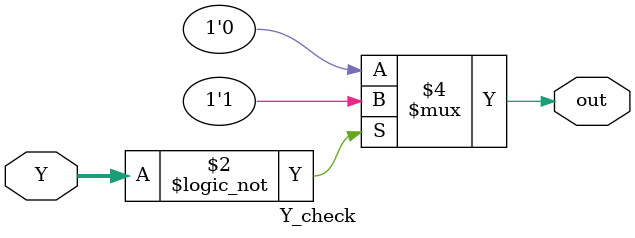
<source format=v>
`timescale 1ns / 1ps

module Y_check( input [3:0] Y,
                output reg out );

always @ (*)
begin
    if (Y == 4'b0)
        out = 1;
    else
        out = 0;
end
endmodule

</source>
